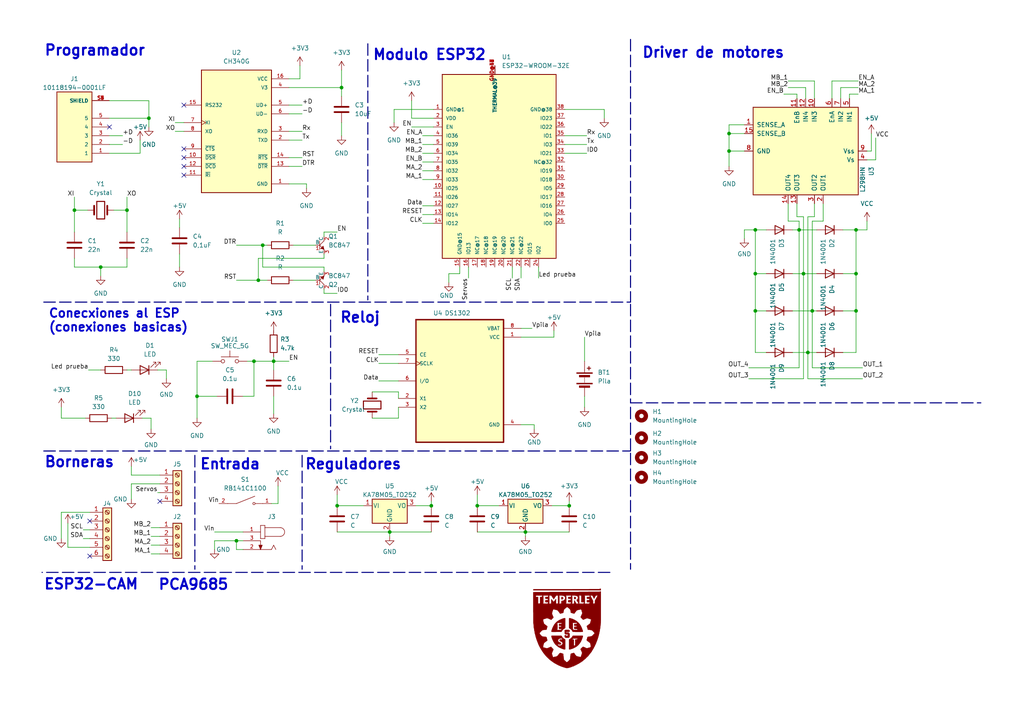
<source format=kicad_sch>
(kicad_sch (version 20230121) (generator eeschema)
  (paper "A4")
  (title_block (title "Robot de seguridad") (date "27/10/23") (company "E.E.S.T.N° 5 2 De Abril") (comment 1 "Materia: Montaje, Analogica, Digitales") (comment 2 "Grupo: Stefano Lucero, Yolli Benjamin ") (comment 3 "Prof.:Martin Leguizamon"))
  (junction (at 97.79 146.685))
  (junction (at 248.285 66.675))
  (junction (at 219.075 66.675))
  (junction (at 74.93 81.28))
  (junction (at 21.59 60.96))
  (junction (at 211.455 38.735))
  (junction (at 29.21 77.47))
  (junction (at 235.585 90.17))
  (junction (at 165.1 146.685))
  (junction (at 73.66 104.775))
  (junction (at 211.455 43.815))
  (junction (at 57.15 114.935))
  (junction (at 219.075 90.17))
  (junction (at 219.075 79.375))
  (junction (at 248.285 79.375))
  (junction (at 79.375 104.775))
  (junction (at 99.06 25.4))
  (junction (at 68.58 156.845))
  (junction (at 248.285 90.17))
  (junction (at 152.4 154.305))
  (junction (at 76.2 71.12))
  (junction (at 233.045 79.375))
  (junction (at 125.095 146.685))
  (junction (at 138.43 146.685))
  (junction (at 113.03 154.305))
  (junction (at 234.315 102.235))
  (junction (at 231.775 66.675))
  (junction (at 36.83 60.96))
  (junction (at 43.18 34.29))
  (no_connect (at 53.34 30.48))
  (no_connect (at 46.355 145.415))
  (no_connect (at 53.34 43.18))
  (no_connect (at 53.34 50.8))
  (no_connect (at 53.34 45.72))
  (no_connect (at 26.035 161.29))
  (no_connect (at 31.75 36.83))
  (no_connect (at 26.035 151.13))
  (no_connect (at 53.34 48.26))
  (bus (pts (xy 182.88 88.265) (xy 182.88 116.84)) (stroke (width 0) (type dash)))
  (wire (pts (xy 170.18 41.91) (xy 163.83 41.91)))
  (wire (pts (xy 45.72 142.875) (xy 46.355 142.875)))
  (wire (pts (xy 52.07 73.66) (xy 52.07 77.47)))
  (wire (pts (xy 222.25 102.235) (xy 219.075 102.235)))
  (wire (pts (xy 115.57 115.57) (xy 115.57 113.665)))
  (wire (pts (xy 38.1 137.795) (xy 46.355 137.795)))
  (wire (pts (xy 235.585 64.135) (xy 238.76 64.135)))
  (wire (pts (xy 215.9 36.195) (xy 211.455 36.195)))
  (wire (pts (xy 35.56 41.91) (xy 31.75 41.91)))
  (wire (pts (xy 122.555 44.45) (xy 125.73 44.45)))
  (wire (pts (xy 138.43 146.685) (xy 144.78 146.685)))
  (wire (pts (xy 215.9 38.735) (xy 211.455 38.735)))
  (wire (pts (xy 250.19 109.855) (xy 234.315 109.855)))
  (wire (pts (xy 228.6 64.135) (xy 228.6 59.055)))
  (wire (pts (xy 211.455 38.735) (xy 211.455 43.815)))
  (bus (pts (xy 182.88 11.43) (xy 182.88 87.63)) (stroke (width 0) (type dash)))
  (wire (pts (xy 122.555 64.77) (xy 125.73 64.77)))
  (wire (pts (xy 31.75 29.21) (xy 43.18 29.21)))
  (wire (pts (xy 93.98 85.09) (xy 93.98 83.82)))
  (wire (pts (xy 36.83 60.96) (xy 36.83 57.15)))
  (wire (pts (xy 233.045 109.855) (xy 217.17 109.855)))
  (wire (pts (xy 76.2 77.47) (xy 76.2 71.12)))
  (wire (pts (xy 74.93 74.93) (xy 74.93 81.28)))
  (wire (pts (xy 248.285 79.375) (xy 244.475 79.375)))
  (wire (pts (xy 19.685 151.765) (xy 19.685 158.75)))
  (wire (pts (xy 248.285 66.675) (xy 244.475 66.675)))
  (wire (pts (xy 43.815 153.035) (xy 46.355 153.035)))
  (wire (pts (xy 215.9 43.815) (xy 211.455 43.815)))
  (wire (pts (xy 97.79 143.51) (xy 97.79 146.685)))
  (wire (pts (xy 93.98 77.47) (xy 93.98 78.74)))
  (wire (pts (xy 244.475 102.235) (xy 248.285 102.235)))
  (wire (pts (xy 87.63 38.1) (xy 83.82 38.1)))
  (wire (pts (xy 156.21 80.645) (xy 156.21 77.47)))
  (wire (pts (xy 233.045 62.865) (xy 233.045 79.375)))
  (wire (pts (xy 119.38 29.21) (xy 119.38 34.29)))
  (wire (pts (xy 85.09 71.12) (xy 91.44 71.12)))
  (wire (pts (xy 115.57 113.665) (xy 107.95 113.665)))
  (wire (pts (xy 234.315 62.865) (xy 236.22 62.865)))
  (wire (pts (xy 252.73 38.735) (xy 252.73 43.815)))
  (wire (pts (xy 17.78 148.59) (xy 26.035 148.59)))
  (wire (pts (xy 19.685 158.75) (xy 26.035 158.75)))
  (wire (pts (xy 248.285 79.375) (xy 248.285 90.17)))
  (wire (pts (xy 114.3 31.75) (xy 125.73 31.75)))
  (wire (pts (xy 241.3 23.495) (xy 241.3 28.575)))
  (bus (pts (xy 56.515 132.08) (xy 56.515 165.1)) (stroke (width 0) (type dash)))
  (wire (pts (xy 235.585 90.17) (xy 229.87 90.17)))
  (wire (pts (xy 83.82 25.4) (xy 99.06 25.4)))
  (wire (pts (xy 135.89 80.645) (xy 135.89 77.47)))
  (wire (pts (xy 115.57 118.11) (xy 115.57 121.285)))
  (wire (pts (xy 211.455 36.195) (xy 211.455 38.735)))
  (wire (pts (xy 122.555 49.53) (xy 125.73 49.53)))
  (wire (pts (xy 236.22 62.865) (xy 236.22 59.055)))
  (wire (pts (xy 148.59 80.645) (xy 148.59 77.47)))
  (wire (pts (xy 24.13 153.67) (xy 26.035 153.67)))
  (wire (pts (xy 154.94 123.19) (xy 154.94 124.46)))
  (wire (pts (xy 235.585 106.68) (xy 250.19 106.68)))
  (wire (pts (xy 35.56 39.37) (xy 31.75 39.37)))
  (wire (pts (xy 87.63 48.26) (xy 83.82 48.26)))
  (wire (pts (xy 169.545 97.79) (xy 169.545 104.775)))
  (wire (pts (xy 122.555 46.99) (xy 125.73 46.99)))
  (wire (pts (xy 228.6 25.4) (xy 233.68 25.4)))
  (wire (pts (xy 24.13 156.21) (xy 26.035 156.21)))
  (bus (pts (xy 12.7 130.81) (xy 101.6 130.81)) (stroke (width 0) (type dash)))
  (wire (pts (xy 151.13 80.645) (xy 151.13 77.47)))
  (wire (pts (xy 93.98 68.58) (xy 93.98 67.31)))
  (wire (pts (xy 50.8 35.56) (xy 53.34 35.56)))
  (wire (pts (xy 246.38 27.305) (xy 246.38 28.575)))
  (wire (pts (xy 254 46.355) (xy 251.46 46.355)))
  (wire (pts (xy 217.17 106.68) (xy 231.775 106.68)))
  (wire (pts (xy 29.21 77.47) (xy 29.21 80.01)))
  (wire (pts (xy 33.02 60.96) (xy 36.83 60.96)))
  (wire (pts (xy 68.58 156.845) (xy 70.485 156.845)))
  (wire (pts (xy 79.375 104.775) (xy 79.375 107.315)))
  (wire (pts (xy 231.14 59.055) (xy 231.14 62.865)))
  (wire (pts (xy 93.98 74.93) (xy 74.93 74.93)))
  (wire (pts (xy 32.385 121.285) (xy 33.655 121.285)))
  (wire (pts (xy 233.045 79.375) (xy 233.045 109.855)))
  (wire (pts (xy 85.09 81.28) (xy 91.44 81.28)))
  (wire (pts (xy 248.92 23.495) (xy 241.3 23.495)))
  (wire (pts (xy 170.18 44.45) (xy 163.83 44.45)))
  (wire (pts (xy 151.13 97.79) (xy 160.655 97.79)))
  (wire (pts (xy 68.58 159.385) (xy 68.58 156.845)))
  (wire (pts (xy 36.83 77.47) (xy 29.21 77.47)))
  (wire (pts (xy 231.14 27.305) (xy 231.14 28.575)))
  (wire (pts (xy 119.38 36.83) (xy 125.73 36.83)))
  (bus (pts (xy 182.88 116.84) (xy 284.48 116.84)) (stroke (width 0) (type dash)))
  (wire (pts (xy 248.92 27.305) (xy 246.38 27.305)))
  (wire (pts (xy 80.645 146.05) (xy 80.645 140.97)))
  (wire (pts (xy 231.775 64.135) (xy 228.6 64.135)))
  (wire (pts (xy 114.3 35.56) (xy 114.3 31.75)))
  (wire (pts (xy 160.655 97.79) (xy 160.655 95.885)))
  (wire (pts (xy 17.78 156.21) (xy 17.78 148.59)))
  (wire (pts (xy 222.25 66.675) (xy 219.075 66.675)))
  (bus (pts (xy 12.7 87.63) (xy 182.88 87.63)) (stroke (width 0) (type dash)))
  (wire (pts (xy 45.72 107.315) (xy 48.26 107.315)))
  (wire (pts (xy 62.23 156.845) (xy 68.58 156.845)))
  (bus (pts (xy 87.63 132.08) (xy 87.63 165.1)) (stroke (width 0) (type dash)))
  (wire (pts (xy 21.59 60.96) (xy 21.59 67.31)))
  (bus (pts (xy 182.88 118.11) (xy 182.88 130.81)) (stroke (width 0) (type dash)))
  (wire (pts (xy 88.9 53.34) (xy 88.9 54.61)))
  (wire (pts (xy 93.98 73.66) (xy 93.98 74.93)))
  (wire (pts (xy 234.315 102.235) (xy 229.87 102.235)))
  (wire (pts (xy 36.83 107.315) (xy 38.1 107.315)))
  (wire (pts (xy 219.075 66.675) (xy 219.075 79.375)))
  (wire (pts (xy 231.14 62.865) (xy 233.045 62.865)))
  (wire (pts (xy 62.23 154.305) (xy 70.485 154.305)))
  (wire (pts (xy 79.375 104.775) (xy 83.82 104.775)))
  (wire (pts (xy 87.63 45.72) (xy 83.82 45.72)))
  (wire (pts (xy 79.375 114.935) (xy 79.375 120.015)))
  (wire (pts (xy 113.03 154.305) (xy 125.095 154.305)))
  (wire (pts (xy 52.07 63.5) (xy 52.07 66.04)))
  (wire (pts (xy 170.18 39.37) (xy 163.83 39.37)))
  (bus (pts (xy 102.87 130.81) (xy 182.88 130.81)) (stroke (width 0) (type dash)))
  (wire (pts (xy 21.59 60.96) (xy 25.4 60.96)))
  (wire (pts (xy 122.555 41.91) (xy 125.73 41.91)))
  (wire (pts (xy 160.02 146.685) (xy 165.1 146.685)))
  (wire (pts (xy 130.175 79.375) (xy 130.175 81.915)))
  (wire (pts (xy 50.8 38.1) (xy 53.34 38.1)))
  (wire (pts (xy 133.35 79.375) (xy 133.35 77.47)))
  (wire (pts (xy 165.1 145.415) (xy 165.1 146.685)))
  (wire (pts (xy 38.1 144.78) (xy 38.1 140.335)))
  (wire (pts (xy 122.555 39.37) (xy 125.73 39.37)))
  (wire (pts (xy 97.79 146.685) (xy 105.41 146.685)))
  (wire (pts (xy 248.285 102.235) (xy 248.285 90.17)))
  (wire (pts (xy 43.18 34.29) (xy 43.18 36.83)))
  (wire (pts (xy 215.9 66.675) (xy 219.075 66.675)))
  (wire (pts (xy 87.63 33.02) (xy 83.82 33.02)))
  (wire (pts (xy 57.15 114.935) (xy 57.15 121.285)))
  (wire (pts (xy 70.485 159.385) (xy 68.58 159.385)))
  (wire (pts (xy 97.79 85.09) (xy 93.98 85.09)))
  (wire (pts (xy 251.46 64.135) (xy 251.46 66.675)))
  (wire (pts (xy 38.1 135.255) (xy 38.1 137.795)))
  (wire (pts (xy 229.87 66.675) (xy 231.775 66.675)))
  (wire (pts (xy 43.815 158.115) (xy 46.355 158.115)))
  (wire (pts (xy 79.375 103.505) (xy 79.375 104.775)))
  (wire (pts (xy 238.76 64.135) (xy 238.76 59.055)))
  (wire (pts (xy 25.654 107.315) (xy 29.21 107.315)))
  (wire (pts (xy 231.775 66.675) (xy 236.855 66.675)))
  (bus (pts (xy 182.88 131.445) (xy 182.88 165.1)) (stroke (width 0) (type dash)))
  (wire (pts (xy 87.63 30.48) (xy 83.82 30.48)))
  (wire (pts (xy 175.26 31.75) (xy 175.26 34.29)))
  (wire (pts (xy 78.74 146.05) (xy 80.645 146.05)))
  (wire (pts (xy 248.285 90.17) (xy 244.475 90.17)))
  (wire (pts (xy 125.095 145.415) (xy 125.095 146.685)))
  (wire (pts (xy 93.98 77.47) (xy 76.2 77.47)))
  (wire (pts (xy 109.855 110.49) (xy 115.57 110.49)))
  (wire (pts (xy 169.545 114.935) (xy 169.545 118.11)))
  (wire (pts (xy 76.2 71.12) (xy 77.47 71.12)))
  (wire (pts (xy 57.15 114.935) (xy 62.865 114.935)))
  (wire (pts (xy 215.9 69.215) (xy 215.9 66.675)))
  (wire (pts (xy 73.66 104.775) (xy 79.375 104.775)))
  (wire (pts (xy 248.92 25.4) (xy 243.84 25.4)))
  (wire (pts (xy 57.15 104.775) (xy 61.595 104.775)))
  (wire (pts (xy 233.68 25.4) (xy 233.68 28.575)))
  (wire (pts (xy 31.75 34.29) (xy 43.18 34.29)))
  (wire (pts (xy 43.815 121.285) (xy 43.815 124.46)))
  (wire (pts (xy 235.585 64.135) (xy 235.585 90.17)))
  (wire (pts (xy 233.045 79.375) (xy 229.87 79.375)))
  (wire (pts (xy 43.815 160.655) (xy 46.355 160.655)))
  (wire (pts (xy 163.83 31.75) (xy 175.26 31.75)))
  (wire (pts (xy 36.83 60.96) (xy 36.83 67.31)))
  (wire (pts (xy 236.855 90.17) (xy 235.585 90.17)))
  (wire (pts (xy 231.775 64.135) (xy 231.775 66.675)))
  (wire (pts (xy 68.58 71.12) (xy 76.2 71.12)))
  (bus (pts (xy 106.68 12.7) (xy 106.68 86.995)) (stroke (width 0) (type dash)))
  (wire (pts (xy 138.43 154.305) (xy 152.4 154.305)))
  (wire (pts (xy 138.43 143.51) (xy 138.43 146.685)))
  (wire (pts (xy 152.4 154.305) (xy 152.4 155.575)))
  (wire (pts (xy 130.175 79.375) (xy 133.35 79.375)))
  (wire (pts (xy 248.285 79.375) (xy 248.285 66.675)))
  (wire (pts (xy 154.305 95.25) (xy 151.13 95.25)))
  (wire (pts (xy 227.33 27.305) (xy 231.14 27.305)))
  (wire (pts (xy 234.315 109.855) (xy 234.315 102.235)))
  (wire (pts (xy 93.98 67.31) (xy 97.79 67.31)))
  (wire (pts (xy 222.25 79.375) (xy 219.075 79.375)))
  (wire (pts (xy 152.4 154.305) (xy 165.1 154.305)))
  (wire (pts (xy 231.775 66.675) (xy 231.775 106.68)))
  (wire (pts (xy 43.815 155.575) (xy 46.355 155.575)))
  (wire (pts (xy 228.6 23.495) (xy 236.22 23.495)))
  (wire (pts (xy 21.59 77.47) (xy 29.21 77.47)))
  (wire (pts (xy 57.15 114.935) (xy 57.15 104.775)))
  (wire (pts (xy 113.03 154.305) (xy 113.03 155.575)))
  (wire (pts (xy 236.855 102.235) (xy 234.315 102.235)))
  (wire (pts (xy 68.58 81.28) (xy 74.93 81.28)))
  (wire (pts (xy 211.455 48.26) (xy 211.455 43.815)))
  (wire (pts (xy 41.275 121.285) (xy 43.815 121.285)))
  (wire (pts (xy 219.075 79.375) (xy 219.075 90.17)))
  (wire (pts (xy 252.73 43.815) (xy 251.46 43.815)))
  (wire (pts (xy 83.82 22.86) (xy 86.995 22.86)))
  (wire (pts (xy 17.78 121.285) (xy 24.765 121.285)))
  (wire (pts (xy 83.82 53.34) (xy 88.9 53.34)))
  (wire (pts (xy 21.59 57.15) (xy 21.59 60.96)))
  (wire (pts (xy 236.22 23.495) (xy 236.22 28.575)))
  (wire (pts (xy 234.315 62.865) (xy 234.315 102.235)))
  (wire (pts (xy 97.79 154.305) (xy 113.03 154.305)))
  (wire (pts (xy 17.78 118.11) (xy 17.78 121.285)))
  (wire (pts (xy 119.38 34.29) (xy 125.73 34.29)))
  (wire (pts (xy 122.555 62.23) (xy 125.73 62.23)))
  (bus (pts (xy 176.8856 166.0144) (xy 12.192 166.0144)) (stroke (width 0) (type dash)))
  (wire (pts (xy 43.18 29.21) (xy 43.18 34.29)))
  (wire (pts (xy 86.995 22.86) (xy 86.995 19.05)))
  (wire (pts (xy 151.13 123.19) (xy 154.94 123.19)))
  (wire (pts (xy 109.855 102.87) (xy 115.57 102.87)))
  (wire (pts (xy 36.83 74.93) (xy 36.83 77.47)))
  (wire (pts (xy 219.075 102.235) (xy 219.075 90.17)))
  (wire (pts (xy 74.93 81.28) (xy 77.47 81.28)))
  (wire (pts (xy 222.25 90.17) (xy 219.075 90.17)))
  (wire (pts (xy 38.1 140.335) (xy 46.355 140.335)))
  (wire (pts (xy 99.06 20.32) (xy 99.06 25.4)))
  (wire (pts (xy 62.23 159.385) (xy 62.23 156.845)))
  (wire (pts (xy 243.84 25.4) (xy 243.84 28.575)))
  (wire (pts (xy 73.66 104.775) (xy 73.66 114.935)))
  (wire (pts (xy 254 40.005) (xy 254 46.355)))
  (wire (pts (xy 122.555 59.69) (xy 125.73 59.69)))
  (wire (pts (xy 99.06 39.37) (xy 99.06 35.56)))
  (wire (pts (xy 122.555 52.07) (xy 125.73 52.07)))
  (wire (pts (xy 120.65 146.685) (xy 125.095 146.685)))
  (wire (pts (xy 251.46 66.675) (xy 248.285 66.675)))
  (wire (pts (xy 115.57 121.285) (xy 107.95 121.285)))
  (wire (pts (xy 70.485 114.935) (xy 73.66 114.935)))
  (wire (pts (xy 236.855 79.375) (xy 233.045 79.375)))
  (wire (pts (xy 99.06 25.4) (xy 99.06 27.94)))
  (wire (pts (xy 40.64 44.45) (xy 40.64 40.64)))
  (bus (pts (xy 95.885 88.265) (xy 95.885 130.175)) (stroke (width 0) (type dash)))
  (wire (pts (xy 48.26 107.315) (xy 48.26 109.855)))
  (wire (pts (xy 109.855 105.41) (xy 115.57 105.41)))
  (wire (pts (xy 31.75 44.45) (xy 40.64 44.45)))
  (wire (pts (xy 87.63 40.64) (xy 83.82 40.64)))
  (wire (pts (xy 71.755 104.775) (xy 73.66 104.775)))
  (wire (pts (xy 21.59 74.93) (xy 21.59 77.47)))
  (wire (pts (xy 235.585 90.17) (xy 235.585 106.68)))
  (text "Reloj" (at 98.425 93.98 0) (effects (font (size 3 3) (thickness 0.6) bold) (justify left bottom)))
  (text "Borneras" (at 12.7 135.89 0) (effects (font (size 3 3) (thickness 0.6) bold) (justify left bottom)))
  (text "PCA9685" (at 45.72 171.45 0) (effects (font (size 3 3) (thickness 0.6) bold) (justify left bottom)))
  (text "Driver de motores" (at 186.055 17.145 0) (effects (font (size 3 3) bold) (justify left bottom)))
  (text "ESP32-CAM" (at 12.5476 171.3484 0) (effects (font (size 3 3) bold) (justify left bottom)))
  (text "Entrada" (at 57.785 136.525 0) (effects (font (size 3 3) (thickness 0.6) bold) (justify left bottom)))
  (text "Programador " (at 12.7 16.51 0) (effects (font (size 3 3) (thickness 0.6) bold) (justify left bottom)))
  (text "Conecxiones al ESP \n(conexiones basicas)" (at 13.97 96.52 0) (effects (font (size 2.5 2.5) bold) (justify left bottom)))
  (text "Modulo ESP32" (at 107.95 17.78 0) (effects (font (size 3 3) bold) (justify left bottom)))
  (text "Reguladores" (at 88.265 136.525 0) (effects (font (size 3 3) (thickness 0.6) bold) (justify left bottom)))
  (label "+D" (at 87.63 30.48 0))
  (label "XI" (at 50.8 35.56 180))
  (label "Data" (at 122.555 59.69 180))
  (label "MB_1" (at 43.815 155.575 180))
  (label "DTR" (at 68.58 71.12 180))
  (label "RESET" (at 109.855 102.87 180))
  (label "RESET" (at 122.555 62.23 180))
  (label "ID0" (at 97.79 85.09 0))
  (label "Vpila" (at 154.305 95.25 0))
  (label "XI" (at 21.59 57.15 180))
  (label "EN_A" (at 248.92 23.495 0))
  (label "XO" (at 36.83 57.15 0))
  (label "EN" (at 97.79 67.31 0))
  (label "EN_B" (at 122.555 46.99 180))
  (label "OUT_1" (at 250.19 106.68 0))
  (label "Servos" (at 135.89 80.645 270))
  (label "MA_1" (at 122.555 52.07 180))
  (label "SDA" (at 24.13 156.21 180))
  (label "Vin" (at 62.23 154.305 180))
  (label "MA_1" (at 43.815 160.655 180))
  (label "OUT_2" (at 250.19 109.855 0))
  (label "RST" (at 87.63 45.72 0))
  (label "MB_2" (at 228.6 25.4 180))
  (label "MB_1" (at 228.6 23.495 180))
  (label "MA_1" (at 248.92 27.305 0))
  (label "MA_2" (at 122.555 49.53 180))
  (label "VCC" (at 254 40.005 0))
  (label "Data" (at 109.855 110.49 180))
  (label "EN_A" (at 122.555 39.37 180))
  (label "CLK" (at 109.855 105.41 180))
  (label "RST" (at 68.58 81.28 180))
  (label "OUT_4" (at 217.17 106.68 180))
  (label "DTR" (at 87.63 48.26 0))
  (label "Vpila" (at 169.545 97.79 0))
  (label "MA_2" (at 43.815 158.115 180))
  (label "SDA" (at 151.13 80.645 270))
  (label "MA_2" (at 248.92 25.4 0))
  (label "SCL" (at 148.59 80.645 270))
  (label "+D" (at 35.56 39.37 0))
  (label "XO" (at 50.8 38.1 180))
  (label "Servos" (at 45.72 142.875 180))
  (label "MB_2" (at 43.815 153.035 180))
  (label "Rx" (at 170.18 39.37 0))
  (label "Rx" (at 87.63 38.1 0))
  (label "CLK" (at 122.555 64.77 180))
  (label "EN_B" (at 227.33 27.305 180))
  (label "-D" (at 87.63 33.02 0))
  (label "-D" (at 35.56 41.91 0))
  (label "OUT_3" (at 217.17 109.855 180))
  (label "Led prueba" (at 156.21 80.645 0))
  (label "Led prueba" (at 25.654 107.315 180))
  (label "MB_1" (at 122.555 41.91 180))
  (label "ID0" (at 170.18 44.45 0))
  (label "EN" (at 119.38 36.83 180))
  (label "Tx" (at 170.18 41.91 0))
  (label "EN" (at 83.82 104.775 0))
  (label "SCL" (at 24.13 153.67 180))
  (label "Tx" (at 87.63 40.64 0))
  (label "MB_2" (at 122.555 44.45 180))
  (label "Vin" (at 63.5 146.05 180))
  (symbol (lib_id "Diode:1N4001") (at 240.665 102.235 180) (unit 1)
    (property "Reference" "D8" (at 241.3 104.775 90) (effects (justify left)))
    (property "Value" "1N4001" (at 238.76 104.775 90) (effects (justify left)))
    (property "Footprint" "Diode_SMD:D_1812_4532Metric_Pad1.30x3.40mm_HandSolder" (effects hide))
    (property "Datasheet" "http://www.vishay.com/docs/88503/1n4001.pdf" (effects hide))
    (property "Sim.Device" "D" (effects hide))
    (property "Sim.Pins" "1=K 2=A" (effects hide))
  )
  (symbol (lib_id "Connector:Screw_Terminal_01x04") (at 51.435 140.335 0) (unit 1)
    (property "Reference" "J5" (at 50.165 134.62 0) (effects (justify left)))
    (property "Value" "Screw_Terminal_01x04" (effects hide))
    (property "Footprint" "Connector_PinHeader_2.54mm:PinHeader_1x04_P2.54mm_Vertical" (effects hide))
  )
  (symbol (lib_id "Diode:1N4001") (at 226.06 79.375 180) (unit 1)
    (property "Reference" "D5" (at 226.695 81.9711 90) (effects (justify left)))
    (property "Value" "1N4001" (at 224.155 81.9711 90) (effects (justify left)))
    (property "Footprint" "Diode_SMD:D_1812_4532Metric_Pad1.30x3.40mm_HandSolder" (effects hide))
    (property "Datasheet" "http://www.vishay.com/docs/88503/1n4001.pdf" (effects hide))
    (property "Sim.Device" "D" (effects hide))
    (property "Sim.Pins" "1=K 2=A" (effects hide))
  )
  (symbol (lib_id "Device:C") (at 21.59 71.12 0) (unit 1)
    (property "Reference" "C1" (at 25.4 69.85 0) (effects (justify left)))
    (property "Value" "22n" (at 25.4 72.39 0) (effects (justify left)))
    (property "Footprint" "Capacitor_SMD:C_1206_3216Metric" (effects hide))
  )
  (symbol (lib_id "power:GND") (at 211.455 48.26 0) (unit 1)
    (property "Reference" "#PWR018" (effects hide))
    (property "Value" "GND" (at 211.455 53.34 0))
  )
  (symbol (lib_id "Device:C") (at 79.375 111.125 180) (unit 1)
    (property "Reference" "C6" (at 83.185 109.855 0) (effects (justify right)))
    (property "Value" "0.1u" (at 83.185 112.395 0) (effects (justify right)))
    (property "Footprint" "Capacitor_SMD:C_1206_3216Metric" (effects hide))
  )
  (symbol (lib_id "Device:C") (at 138.43 150.495 0) (unit 1)
    (property "Reference" "C9" (at 142.24 149.86 0) (effects (justify left)))
    (property "Value" "C" (at 142.24 152.4 0) (effects (justify left)))
    (property "Footprint" "Capacitor_SMD:CP_Elec_10x12.5" (effects hide))
  )
  (symbol (lib_id "Device:R") (at 28.575 121.285 90) (unit 1)
    (property "Reference" "R5" (at 28.575 115.443 90))
    (property "Value" "330" (at 28.575 117.983 90))
    (property "Footprint" "Resistor_SMD:R_1210_3225Metric" (effects hide))
  )
  (symbol (lib_id "Mechanical:MountingHole") (at 186.055 127 0) (unit 1)
    (property "Reference" "H2" (at 189.23 125.73 0) (effects (justify left)))
    (property "Value" "MountingHole" (at 189.23 128.27 0) (effects (justify left)))
    (property "Footprint" "MountingHole:MountingHole_3.2mm_M3" (effects hide))
  )
  (symbol (lib_id "power:+3V3") (at 79.375 95.885 0) (unit 1)
    (property "Reference" "#PWR017" (effects hide))
    (property "Value" "+3V3" (at 79.375 90.805 0))
  )
  (symbol (lib_id "power:GND") (at 29.21 80.01 0) (unit 1)
    (property "Reference" "#PWR07" (effects hide))
    (property "Value" "GND" (at 29.21 85.09 0))
  )
  (symbol (lib_id "Diode:1N4001") (at 240.665 79.375 180) (unit 1)
    (property "Reference" "D4" (at 241.3 82.55 90) (effects (justify left)))
    (property "Value" "1N4001" (at 238.76 82.55 90) (effects (justify left)))
    (property "Footprint" "Diode_SMD:D_1812_4532Metric_Pad1.30x3.40mm_HandSolder" (effects hide))
    (property "Datasheet" "http://www.vishay.com/docs/88503/1n4001.pdf" (effects hide))
    (property "Sim.Device" "D" (effects hide))
    (property "Sim.Pins" "1=K 2=A" (effects hide))
  )
  (symbol (lib_id "Device:R") (at 81.28 71.12 270) (unit 1)
    (property "Reference" "R1" (at 81.28 64.77 90))
    (property "Value" "R" (at 81.28 67.31 90))
    (property "Footprint" "Resistor_SMD:R_1210_3225Metric" (effects hide))
  )
  (symbol (lib_id "power:GND") (at 52.07 77.47 0) (unit 1)
    (property "Reference" "#PWR09" (effects hide))
    (property "Value" "GND" (at 52.07 82.55 0))
  )
  (symbol (lib_id "power:+3V3") (at 165.1 145.415 0) (unit 1)
    (property "Reference" "#PWR031" (effects hide))
    (property "Value" "+3V3" (at 165.1 140.97 0))
  )
  (symbol (lib_id "RB141C1100:RB141C1100") (at 71.12 146.05 0) (unit 1)
    (property "Reference" "S1" (at 71.12 139.065 0))
    (property "Value" "RB141C1100" (at 71.12 141.605 0))
    (property "Footprint" "RB141C1100:SW_RB141C1100" (effects hide))
    (property "MF" "e-switch inc" (effects hide))
    (property "MAXIMUM_PACKAGE_HEIGHT" "25.9mm" (effects hide))
    (property "Package" "None" (effects hide))
    (property "Price" "None" (effects hide))
    (property "Check_prices" "https://www.snapeda.com/parts/RB141C1100/ITC/view-part/?ref=eda" (effects hide))
    (property "STANDARD" "Manufacturer Recommendations" (effects hide))
    (property "PARTREV" "C" (effects hide))
    (property "SnapEDA_Link" "https://www.snapeda.com/parts/RB141C1100/ITC/view-part/?ref=snap" (effects hide))
    (property "MP" "RB141C1100" (effects hide))
    (property "Purchase-URL" "https://www.snapeda.com/api/url_track_click_mouser/?unipart_id=7533362&manufacturer=e-switch inc&part_name=RB141C1100&search_term=switch" (effects hide))
    (property "Description" "\nInterruptores basculantes 15A 125VAC, OFF-ON, Black Rocker, No Markings\n" (effects hide))
    (property "Availability" "In Stock" (effects hide))
    (property "MANUFACTURER" "E-SWITCH" (effects hide))
  )
  (symbol (lib_id "power:GND") (at 113.03 155.575 0) (unit 1)
    (property "Reference" "#PWR028" (effects hide))
    (property "Value" "GND" (at 113.03 160.02 0))
  )
  (symbol (lib_id "Connector:Screw_Terminal_01x06") (at 31.115 153.67 0) (unit 1)
    (property "Reference" "J4" (at 29.845 146.05 0) (effects (justify left)))
    (property "Value" "Controladora de servos" (effects hide))
    (property "Footprint" "Connector_PinHeader_2.54mm:PinHeader_1x06_P2.54mm_Vertical" (effects hide))
  )
  (symbol (lib_id "EESTN5:BC847") (at 92.71 71.12 0) (unit 1)
    (property "Reference" "Q1" (at 95.25 68.58 0) (effects (justify left)))
    (property "Value" "BC847" (at 95.25 71.12 0) (effects (justify left)))
    (property "Footprint" "Package_TO_SOT_SMD:SOT-23-3" (effects hide))
    (property "Datasheet" "http://cache.nxp.com/documents/data_sheet/BC846_SER.pdf?pspll=1" (effects hide))
  )
  (symbol (lib_name "GND_1") (lib_id "power:GND") (at 169.545 118.11 0) (unit 1)
    (property "Reference" "#PWR035" (effects hide))
    (property "Value" "GND" (at 169.545 123.19 0))
  )
  (symbol (lib_name "GND_1") (lib_id "power:GND") (at 79.375 120.015 0) (unit 1)
    (property "Reference" "#PWR011" (effects hide))
    (property "Value" "GND" (at 79.375 125.095 0))
  )
  (symbol (lib_name "GND_1") (lib_id "power:GND") (at 38.1 144.78 0) (unit 1)
    (property "Reference" "#PWR037" (effects hide))
    (property "Value" "GND" (at 34.925 144.78 0))
  )
  (symbol (lib_id "Mechanical:MountingHole") (at 186.055 132.715 0) (unit 1)
    (property "Reference" "H3" (at 189.23 131.445 0) (effects (justify left)))
    (property "Value" "MountingHole" (at 189.23 133.985 0) (effects (justify left)))
    (property "Footprint" "MountingHole:MountingHole_3.2mm_M3" (effects hide))
  )
  (symbol (lib_id "power:GND") (at 215.9 69.215 0) (unit 1)
    (property "Reference" "#PWR020" (effects hide))
    (property "Value" "GND" (at 215.9 73.66 0))
  )
  (symbol (lib_id "power:+5V") (at 125.095 145.415 0) (unit 1)
    (property "Reference" "#PWR029" (effects hide))
    (property "Value" "+5V" (at 125.095 141.605 0))
  )
  (symbol (lib_id "power:VCC") (at 97.79 143.51 0) (unit 1)
    (property "Reference" "#PWR038" (effects hide))
    (property "Value" "VCC" (at 99.06 139.7 0))
  )
  (symbol (lib_id "power:GND") (at 130.175 81.915 0) (unit 1)
    (property "Reference" "#PWR014" (effects hide))
    (property "Value" "GND" (at 129.54 85.725 0))
  )
  (symbol (lib_id "DCJ200-10-A-XX-K_REVA:DCJ200-10-A-XX-K_REVA") (at 75.565 156.845 0) (mirror y) (unit 1)
    (property "Reference" "J3" (at 78.8008 149.86 0))
    (property "Value" "DCJ200-10-A-XX-K_REVA" (effects hide))
    (property "Footprint" "DCJ200-10-A-XX-K_REVA:GCT_DCJ200-10-A-XX-K_REVA" (effects hide))
    (property "MF" "Global Connector Technology" (effects hide))
    (property "MAXIMUM_PACKAGE_HEIGHT" "11 mm" (effects hide))
    (property "Package" "None" (effects hide))
    (property "Price" "None" (effects hide))
    (property "Check_prices" "https://www.snapeda.com/parts/DCJ200-10-A-K1-K/Global+Connector+Technology/view-part/?ref=eda" (effects hide))
    (property "STANDARD" "Manufacturer Recommendations" (effects hide))
    (property "PARTREV" "A" (effects hide))
    (property "SnapEDA_Link" "https://www.snapeda.com/parts/DCJ200-10-A-K1-K/Global+Connector+Technology/view-part/?ref=snap" (effects hide))
    (property "MP" "DCJ200-10-A-K1-K" (effects hide))
    (property "Description" "\nConector cilíndrico de alimentación Jack de 2,05 mm de diámetro interior (0,081), 5,50 mm de diámetro exterior (0,217), orificio pasante, ángulo recto\n" (effects hide))
    (property "MANUFACTURER" "Global Connector Technology" (effects hide))
    (property "Availability" "In Stock" (effects hide))
    (property "SNAPEDA_PN" "DCJ200-10-A-K1-K" (effects hide))
  )
  (symbol (lib_id "power:+5V") (at 19.685 151.765 0) (unit 1)
    (property "Reference" "#PWR027" (effects hide))
    (property "Value" "+5V" (at 22.225 149.86 0))
  )
  (symbol (lib_id "Connector:Screw_Terminal_01x04") (at 51.435 155.575 0) (unit 1)
    (property "Reference" "J2" (at 50.165 149.86 0) (effects (justify left)))
    (property "Value" "Screw_Terminal_01x04" (effects hide))
    (property "Footprint" "TerminalBlock:TerminalBlock_bornier-4_P5.08mm" (effects hide))
  )
  (symbol (lib_id "power:+5V") (at 38.1 135.255 0) (unit 1)
    (property "Reference" "#PWR036" (effects hide))
    (property "Value" "+5V" (at 40.64 133.35 0))
  )
  (symbol (lib_id "power:+3V3") (at 119.38 29.21 0) (unit 1)
    (property "Reference" "#PWR012" (effects hide))
    (property "Value" "+3V3" (at 119.38 24.13 0))
  )
  (symbol (lib_id "power:+5V") (at 160.655 95.885 0) (unit 1)
    (property "Reference" "#PWR033" (effects hide))
    (property "Value" "+5V" (at 160.655 92.075 0))
  )
  (symbol (lib_name "GND_1") (lib_id "power:GND") (at 57.15 121.285 0) (unit 1)
    (property "Reference" "#PWR010" (effects hide))
    (property "Value" "GND" (at 57.15 126.365 0))
  )
  (symbol (lib_id "Diode:1N4001") (at 240.665 66.675 180) (unit 1)
    (property "Reference" "D2" (at 241.3 69.215 90) (effects (justify left)))
    (property "Value" "1N4001" (at 238.76 69.215 90) (effects (justify left)))
    (property "Footprint" "Diode_SMD:D_1812_4532Metric_Pad1.30x3.40mm_HandSolder" (effects hide))
    (property "Datasheet" "http://www.vishay.com/docs/88503/1n4001.pdf" (effects hide))
    (property "Sim.Device" "D" (effects hide))
    (property "Sim.Pins" "1=K 2=A" (effects hide))
  )
  (symbol (lib_id "power:VCC") (at 80.645 140.97 0) (unit 1)
    (property "Reference" "#PWR025" (effects hide))
    (property "Value" "VCC" (at 81.915 137.16 0))
  )
  (symbol (lib_id "DS1302:DS1302") (at 133.35 110.49 0) (unit 1)
    (property "Reference" "U4" (at 127 90.805 0))
    (property "Value" "DS1302" (at 132.715 90.805 0))
    (property "Footprint" "DS1302:DIP794W47P254L991H457Q8" (effects hide))
    (property "MF" "Analog Devices" (effects hide))
    (property "Description" "\nReloj de tiempo real (RTC) Reloj/calendario IC 31B Serie de 3 cables 8-SOIC (0,154, 3,90 mm de ancho)\n" (effects hide))
    (property "Package" "DIP-8 Maxim Integrated" (effects hide))
    (property "Price" "None" (effects hide))
    (property "SnapEDA_Link" "https://www.snapeda.com/parts/DS1302/Analog+Devices/view-part/?ref=snap" (effects hide))
    (property "MP" "DS1302" (effects hide))
    (property "Purchase-URL" "https://www.snapeda.com/api/url_track_click_mouser/?unipart_id=999744&manufacturer=Analog Devices&part_name=DS1302&search_term=ds1302" (effects hide))
    (property "Availability" "In Stock" (effects hide))
    (property "Check_prices" "https://www.snapeda.com/parts/DS1302/Analog+Devices/view-part/?ref=eda" (effects hide))
  )
  (symbol (lib_id "Diode:1N4001") (at 226.06 102.235 180) (unit 1)
    (property "Reference" "D9" (at 226.695 105.41 90) (effects (justify left)))
    (property "Value" "1N4001" (at 224.155 105.41 90) (effects (justify left)))
    (property "Footprint" "Diode_SMD:D_1812_4532Metric_Pad1.30x3.40mm_HandSolder" (effects hide))
    (property "Datasheet" "http://www.vishay.com/docs/88503/1n4001.pdf" (effects hide))
    (property "Sim.Device" "D" (effects hide))
    (property "Sim.Pins" "1=K 2=A" (effects hide))
  )
  (symbol (lib_id "Device:C") (at 165.1 150.495 0) (unit 1)
    (property "Reference" "C10" (at 168.91 149.86 0) (effects (justify left)))
    (property "Value" "C" (at 168.91 152.4 0) (effects (justify left)))
    (property "Footprint" "Capacitor_SMD:CP_Elec_10x12.5" (effects hide))
  )
  (symbol (lib_id "Device:R") (at 79.375 99.695 180) (unit 1)
    (property "Reference" "R3" (at 81.28 98.425 0) (effects (justify right)))
    (property "Value" "4.7k" (at 81.28 100.965 0) (effects (justify right)))
    (property "Footprint" "Resistor_SMD:R_1210_3225Metric" (effects hide))
  )
  (symbol (lib_name "GND_1") (lib_id "power:GND") (at 62.23 159.385 0) (unit 1)
    (property "Reference" "#PWR024" (effects hide))
    (property "Value" "GND" (at 64.77 159.385 0))
  )
  (symbol (lib_id "power:GND") (at 88.9 54.61 0) (unit 1)
    (property "Reference" "#PWR03" (effects hide))
    (property "Value" "GND" (at 88.9 59.69 0))
  )
  (symbol (lib_id "power:+5V") (at 252.73 38.735 0) (unit 1)
    (property "Reference" "#PWR019" (effects hide))
    (property "Value" "+5V" (at 252.73 34.29 0))
  )
  (symbol (lib_id "power:GND") (at 99.06 39.37 0) (unit 1)
    (property "Reference" "#PWR04" (effects hide))
    (property "Value" "GND" (at 99.06 44.45 0))
  )
  (symbol (lib_id "Device:R") (at 33.02 107.315 90) (unit 1)
    (property "Reference" "R4" (at 33.02 101.473 90))
    (property "Value" "330" (at 33.02 104.013 90))
    (property "Footprint" "Resistor_SMD:R_1210_3225Metric" (effects hide))
  )
  (symbol (lib_id "ch340g:CH340G") (at 68.58 38.1 0) (unit 1)
    (property "Reference" "U2" (at 68.58 15.24 0))
    (property "Value" "CH340G" (at 68.58 17.78 0))
    (property "Footprint" "CH340G:SOIC127P600X180-16N" (effects hide))
    (property "MF" "WCH" (effects hide))
    (property "MAXIMUM_PACKAGE_HEIGHT" "1.8 mm" (effects hide))
    (property "Package" "None" (effects hide))
    (property "Price" "None" (effects hide))
    (property "Check_prices" "https://www.snapeda.com/parts/Ch340G/WCH/view-part/?ref=eda" (effects hide))
    (property "STANDARD" "IPC 7351B" (effects hide))
    (property "PARTREV" "2G" (effects hide))
    (property "SnapEDA_Link" "https://www.snapeda.com/parts/Ch340G/WCH/view-part/?ref=snap" (effects hide))
    (property "MP" "Ch340G" (effects hide))
    (property "Description" "\nCircuito integrado de interfaz USB\n" (effects hide))
    (property "Availability" "Not in stock" (effects hide))
    (property "MANUFACTURER" "WCH" (effects hide))
  )
  (symbol (lib_id "power:GND") (at 43.815 124.46 0) (unit 1)
    (property "Reference" "#PWR023" (effects hide))
    (property "Value" "GND" (at 43.815 129.032 0))
  )
  (symbol (lib_id "power:+5V") (at 52.07 63.5 0) (unit 1)
    (property "Reference" "#PWR08" (effects hide))
    (property "Value" "+5V" (at 52.07 59.69 0))
  )
  (symbol (lib_id "EESTN5:BC847") (at 92.71 81.28 0) (mirror x) (unit 1)
    (property "Reference" "Q2" (at 95.25 82.55 0) (effects (justify left)))
    (property "Value" "BC847" (at 95.25 80.01 0) (effects (justify left)))
    (property "Footprint" "Package_TO_SOT_SMD:SOT-23-3" (effects hide))
    (property "Datasheet" "http://cache.nxp.com/documents/data_sheet/BC846_SER.pdf?pspll=1" (effects hide))
  )
  (symbol (lib_id "power:+3V3") (at 86.995 19.05 0) (unit 1)
    (property "Reference" "#PWR05" (effects hide))
    (property "Value" "+3V3" (at 86.995 13.97 0))
  )
  (symbol (lib_id "Device:R") (at 81.28 81.28 270) (unit 1)
    (property "Reference" "R2" (at 81.28 74.93 90))
    (property "Value" "R" (at 81.28 77.47 90))
    (property "Footprint" "Resistor_SMD:R_1210_3225Metric" (effects hide))
  )
  (symbol (lib_id "Device:Crystal") (at 107.95 117.475 90) (unit 1)
    (property "Reference" "Y2" (at 101.6 116.205 90) (effects (justify right)))
    (property "Value" "Crystal" (at 99.06 118.745 90) (effects (justify right)))
    (property "Footprint" "Crystal:Crystal_C38-LF_D3.0mm_L8.0mm_Vertical" (effects hide))
  )
  (symbol (lib_id "power:GND") (at 114.3 35.56 0) (unit 1)
    (property "Reference" "#PWR015" (effects hide))
    (property "Value" "GND" (at 114.3 40.64 0))
  )
  (symbol (lib_id "power:VCC") (at 251.46 64.135 0) (unit 1)
    (property "Reference" "#PWR021" (effects hide))
    (property "Value" "VCC" (at 251.46 59.055 0))
  )
  (symbol (lib_id "Micro_usb:10118194-0001LF") (at 21.59 36.83 180) (unit 1)
    (property "Reference" "J1" (at 21.59 22.86 0))
    (property "Value" "10118194-0001LF" (at 21.59 25.4 0))
    (property "Footprint" "10118194-0001LF:AMPHENOL_10118194-0001LF" (effects hide))
    (property "MF" "AMPHENOL ICC / FCI" (effects hide))
    (property "MAXIMUM_PACKAGE_HEIGHT" "2.66 mm" (effects hide))
    (property "Package" "None" (effects hide))
    (property "Price" "None" (effects hide))
    (property "Check_prices" "https://www.snapeda.com/parts/10118194-0001LF/Amphenol/view-part/?ref=eda" (effects hide))
    (property "STANDARD" "Manufacturer Recommendations" (effects hide))
    (property "PARTREV" "D" (effects hide))
    (property "SnapEDA_Link" "https://www.snapeda.com/parts/10118194-0001LF/Amphenol/view-part/?ref=snap" (effects hide))
    (property "MP" "10118194-0001LF" (effects hide))
    (property "Purchase-URL" "https://www.snapeda.com/api/url_track_click_mouser/?unipart_id=6617280&manufacturer=AMPHENOL ICC / FCI&part_name=10118194-0001LF&search_term=micro usb" (effects hide))
    (property "Description" "\nMicro USB, conectores de entrada y salida, RECEPTÁCULO TIPO B con brida\n" (effects hide))
    (property "Availability" "In Stock" (effects hide))
    (property "MANUFACTURER" "Amphenol ICC" (effects hide))
  )
  (symbol (lib_id "power:+3V3") (at 99.06 20.32 0) (unit 1)
    (property "Reference" "#PWR06" (effects hide))
    (property "Value" "+3V3" (at 99.06 15.24 0))
  )
  (symbol (lib_id "Device:LED") (at 37.465 121.285 180) (unit 1)
    (property "Reference" "D10" (at 39.0525 114.173 0))
    (property "Value" "LED" (at 39.0525 116.713 0))
    (property "Footprint" "LED_SMD:LED_1206_3216Metric" (effects hide))
  )
  (symbol (lib_name "GND_1") (lib_id "power:GND") (at 154.94 124.46 0) (unit 1)
    (property "Reference" "#PWR034" (effects hide))
    (property "Value" "GND" (at 154.94 128.27 0))
  )
  (symbol (lib_id "Diode:1N4001") (at 226.06 90.17 180) (unit 1)
    (property "Reference" "D7" (at 226.695 93.345 90) (effects (justify left)))
    (property "Value" "1N4001" (at 224.155 93.345 90) (effects (justify left)))
    (property "Footprint" "Diode_SMD:D_1812_4532Metric_Pad1.30x3.40mm_HandSolder" (effects hide))
    (property "Datasheet" "http://www.vishay.com/docs/88503/1n4001.pdf" (effects hide))
    (property "Sim.Device" "D" (effects hide))
    (property "Sim.Pins" "1=K 2=A" (effects hide))
  )
  (symbol (lib_id "power:+3V3") (at 17.78 118.11 0) (unit 1)
    (property "Reference" "#PWR022" (effects hide))
    (property "Value" "+3V3" (at 17.78 113.03 0))
  )
  (symbol (lib_id "Regulator_Linear:KA78M05_TO252") (at 152.4 146.685 0) (unit 1)
    (property "Reference" "U6" (at 152.4 140.97 0))
    (property "Value" "KA78M05_TO252" (at 152.4 143.51 0))
    (property "Footprint" "Package_TO_SOT_SMD:SOT-223" (effects hide))
    (property "Datasheet" "https://www.onsemi.com/pub/Collateral/MC78M00-D.PDF" (effects hide))
  )
  (symbol (lib_id "power:+5V") (at 40.64 40.64 0) (unit 1)
    (property "Reference" "#PWR032" (effects hide))
    (property "Value" "+5V" (at 40.64 36.83 0))
  )
  (symbol (lib_id "power:GND") (at 175.26 34.29 0) (unit 1)
    (property "Reference" "#PWR016" (effects hide))
    (property "Value" "GND" (at 175.26 39.37 0))
  )
  (symbol (lib_name "GND_1") (lib_id "power:GND") (at 17.78 156.21 0) (unit 1)
    (property "Reference" "#PWR026" (effects hide))
    (property "Value" "GND" (at 14.605 156.21 0))
  )
  (symbol (lib_id "Device:C") (at 97.79 150.495 0) (unit 1)
    (property "Reference" "C7" (at 101.6 149.86 0) (effects (justify left)))
    (property "Value" "C" (at 101.6 152.4 0) (effects (justify left)))
    (property "Footprint" "Capacitor_SMD:CP_Elec_10x12.5" (effects hide))
  )
  (symbol (lib_id "Mechanical:MountingHole") (at 186.055 138.43 0) (unit 1)
    (property "Reference" "H4" (at 189.23 137.16 0) (effects (justify left)))
    (property "Value" "MountingHole" (at 189.23 139.7 0) (effects (justify left)))
    (property "Footprint" "MountingHole:MountingHole_3.2mm_M3" (effects hide))
  )
  (symbol (lib_id "Regulator_Linear:KA78M05_TO252") (at 113.03 146.685 0) (unit 1)
    (property "Reference" "U5" (at 113.03 140.97 0))
    (property "Value" "KA78M05_TO252" (at 113.03 143.51 0))
    (property "Footprint" "Package_TO_SOT_SMD:TO-252-2" (effects hide))
    (property "Datasheet" "https://www.onsemi.com/pub/Collateral/MC78M00-D.PDF" (effects hide))
  )
  (symbol (lib_id "Device:C") (at 52.07 69.85 0) (unit 1)
    (property "Reference" "C4" (at 55.88 68.58 0) (effects (justify left)))
    (property "Value" "0,1uF" (at 55.88 71.12 0) (effects (justify left)))
    (property "Footprint" "Capacitor_SMD:C_1206_3216Metric" (effects hide))
  )
  (symbol (lib_id "Device:LED") (at 41.91 107.315 180) (unit 1)
    (property "Reference" "D1" (at 43.4975 100.203 0))
    (property "Value" "LED" (at 43.4975 102.743 0))
    (property "Footprint" "LED_SMD:LED_1206_3216Metric" (effects hide))
  )
  (symbol (lib_id "Diode:1N4001") (at 226.06 66.675 180) (unit 1)
    (property "Reference" "D3" (at 226.695 69.215 90) (effects (justify left)))
    (property "Value" "1N4001" (at 224.155 69.215 90) (effects (justify left)))
    (property "Footprint" "Diode_SMD:D_1812_4532Metric_Pad1.30x3.40mm_HandSolder" (effects hide))
    (property "Datasheet" "http://www.vishay.com/docs/88503/1n4001.pdf" (effects hide))
    (property "Sim.Device" "D" (effects hide))
    (property "Sim.Pins" "1=K 2=A" (effects hide))
  )
  (symbol (lib_id "Driver_Motor:L298HN") (at 233.68 43.815 270) (unit 1)
    (property "Reference" "U3" (at 252.73 48.3109 0) (effects (justify left)))
    (property "Value" "L298HN" (at 250.19 48.3109 0) (effects (justify left)))
    (property "Footprint" "Package_TO_SOT_THT:TO-220-15_P2.54x2.54mm_StaggerOdd_Lead4.58mm_Vertical" (effects hide))
    (property "Datasheet" "http://www.st.com/st-web-ui/static/active/en/resource/technical/document/datasheet/CD00000240.pdf" (effects hide))
  )
  (symbol (lib_id "Mechanical:MountingHole") (at 186.055 120.65 0) (unit 1)
    (property "Reference" "H1" (at 189.23 119.38 0) (effects (justify left)))
    (property "Value" "MountingHole" (at 189.23 121.92 0) (effects (justify left)))
    (property "Footprint" "MountingHole:MountingHole_3.2mm_M3" (effects hide))
  )
  (symbol (lib_name "SW_MEC_5G_2") (lib_id "Switch:SW_MEC_5G") (at 66.675 104.775 0) (unit 1)
    (property "Reference" "SWJ1" (at 66.675 98.425 0))
    (property "Value" "SW_MEC_5G" (at 66.675 100.33 0))
    (property "Footprint" "Button_Switch_THT:SW_SPST_Omron_B3F-315x_Angled" (effects hide))
    (property "Datasheet" "http://www.apem.com/int/index.php?controller=attachment&id_attachment=488" (effects hide))
  )
  (symbol (lib_id "Diode:1N4001") (at 240.665 90.17 180) (unit 1)
    (property "Reference" "D6" (at 241.3 93.345 90) (effects (justify left)))
    (property "Value" "1N4001" (at 238.76 93.345 90) (effects (justify left)))
    (property "Footprint" "Diode_SMD:D_1812_4532Metric_Pad1.30x3.40mm_HandSolder" (effects hide))
    (property "Datasheet" "http://www.vishay.com/docs/88503/1n4001.pdf" (effects hide))
    (property "Sim.Device" "D" (effects hide))
    (property "Sim.Pins" "1=K 2=A" (effects hide))
  )
  (symbol (lib_id "EESTN5:LOGO_EESTN5_2") (at 164.465 182.245 0) (unit 1)
    (property "Reference" "#G1" (effects hide))
    (property "Value" "LOGO_EESTN5_2" (effects hide))
  )
  (symbol (lib_id "Device:C") (at 36.83 71.12 0) (unit 1)
    (property "Reference" "C2" (at 40.64 69.85 0) (effects (justify left)))
    (property "Value" "22n" (at 40.64 72.39 0) (effects (justify left)))
    (property "Footprint" "Capacitor_SMD:C_1206_3216Metric" (effects hide))
  )
  (symbol (lib_id "esp32:ESP32-WROOM-32E") (at 143.51 44.45 0) (unit 1)
    (property "Reference" "U1" (at 145.5294 16.51 0) (effects (justify left)))
    (property "Value" "ESP32-WROOM-32E" (at 145.5294 19.05 0) (effects (justify left)))
    (property "Footprint" "ESP32-WROOM-32E:ESP32-WROOM-32E" (effects hide))
    (property "MF" "Espressif Systems" (effects hide))
    (property "Description" "\nRX TXRX MOD WIFI RASTREO HORMIGA SMD\n" (effects hide))
    (property "Package" "SMD-44 Espressif Systems" (effects hide))
    (property "Price" "None" (effects hide))
    (property "SnapEDA_Link" "https://www.snapeda.com/parts/ESP32-WROOM-32E/Espressif+Systems/view-part/?ref=snap" (effects hide))
    (property "MP" "ESP32-WROOM-32E" (effects hide))
    (property "Availability" "In Stock" (effects hide))
    (property "Check_prices" "https://www.snapeda.com/parts/ESP32-WROOM-32E/Espressif+Systems/view-part/?ref=eda" (effects hide))
  )
  (symbol (lib_id "power:GND") (at 48.26 109.855 0) (unit 1)
    (property "Reference" "#PWR013" (effects hide))
    (property "Value" "GND" (at 48.26 114.427 0))
  )
  (symbol (lib_id "Device:Battery") (at 169.545 109.855 0) (unit 1)
    (property "Reference" "BT1" (at 173.355 108.0135 0) (effects (justify left)))
    (property "Value" "Pila" (at 173.355 110.5535 0) (effects (justify left)))
    (property "Footprint" "Battery:BatteryHolder_Keystone_105_1x2430" (effects hide))
  )
  (symbol (lib_id "power:+5V") (at 138.43 143.51 0) (unit 1)
    (property "Reference" "#PWR02" (effects hide))
    (property "Value" "+5V" (at 138.43 139.7 0))
  )
  (symbol (lib_id "Device:C") (at 99.06 31.75 0) (unit 1)
    (property "Reference" "C3" (at 102.87 30.48 0) (effects (justify left)))
    (property "Value" "10uF" (at 102.87 33.02 0) (effects (justify left)))
    (property "Footprint" "Capacitor_SMD:C_1206_3216Metric" (effects hide))
  )
  (symbol (lib_id "Device:C") (at 125.095 150.495 0) (unit 1)
    (property "Reference" "C8" (at 128.905 149.86 0) (effects (justify left)))
    (property "Value" "C" (at 128.905 152.4 0) (effects (justify left)))
    (property "Footprint" "Capacitor_SMD:CP_Elec_10x12.5" (effects hide))
  )
  (symbol (lib_id "power:GND") (at 152.4 155.575 0) (unit 1)
    (property "Reference" "#PWR030" (effects hide))
    (property "Value" "GND" (at 152.4 160.02 0))
  )
  (symbol (lib_id "Device:C") (at 66.675 114.935 90) (unit 1)
    (property "Reference" "C5" (at 66.675 107.315 90))
    (property "Value" "0.1u" (at 66.675 109.855 90))
    (property "Footprint" "Capacitor_SMD:C_1206_3216Metric" (effects hide))
  )
  (symbol (lib_id "Device:Crystal") (at 29.21 60.96 0) (unit 1)
    (property "Reference" "Y1" (at 29.21 53.34 0))
    (property "Value" "Crystal" (at 29.21 55.88 0))
    (property "Footprint" "Crystal:Crystal_HC49-4H_Vertical" (effects hide))
  )
  (symbol (lib_id "power:GND") (at 43.18 36.83 0) (unit 1)
    (property "Reference" "#PWR01" (effects hide))
    (property "Value" "GND" (at 43.18 41.91 0))
  )
)
</source>
